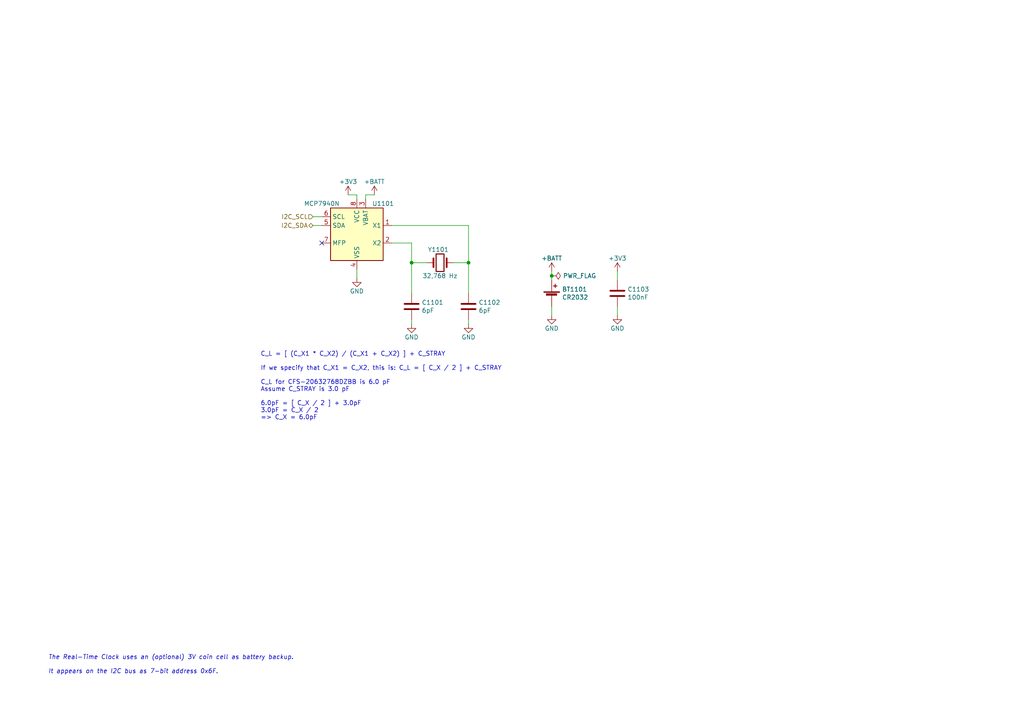
<source format=kicad_sch>
(kicad_sch (version 20211123) (generator eeschema)
  (paper "A4")
  (title_block (title "Neotron Common Hardware - Real Time Clock") (date "2021-06-10") (rev "[Uncontrolled]") (company "https://neotron-compute.github.io/") (comment 1 "Licenced as CC BY-SA") (comment 2 "Copyright (c) The Neotron Developers, 2021"))
  (lib_symbols
    (symbol "Device:Battery_Cell" (pin_numbers hide) (pin_names (offset 0) hide)
      (property "Reference" "BT" (at 2.54 2.54 0))
      (property "Value" "Battery_Cell" (at 2.54 0 0))
      (symbol "Battery_Cell_0_1"
        (rectangle (start -2.286 1.778) (end 2.286 1.524) (fill (type outline)))
        (rectangle (start -1.5748 1.1938) (end 1.4732 0.6858) (fill (type outline)))
        (polyline (pts (xy 0 0.762) (xy 0 0)))
        (polyline (pts (xy 0 1.778) (xy 0 2.54)))
        (polyline (pts (xy 0.508 3.429) (xy 1.524 3.429)) (stroke (width 0.254)))
        (polyline (pts (xy 1.016 3.937) (xy 1.016 2.921)) (stroke (width 0.254)))
      )
      (symbol "Battery_Cell_1_1"
        (pin passive line (at 0 5.08 270) (length 2.54) (name "+") (number "1"))
        (pin passive line (at 0 -2.54 90) (length 2.54) (name "-") (number "2"))
      )
    )
    (symbol "Device:C" (pin_numbers hide) (pin_names (offset 0.254))
      (property "Reference" "C" (at 0.635 2.54 0))
      (property "Value" "C" (at 0.635 -2.54 0))
      (symbol "C_0_1"
        (polyline (pts (xy -2.032 -0.762) (xy 2.032 -0.762)) (stroke (width 0.508)))
        (polyline (pts (xy -2.032 0.762) (xy 2.032 0.762)) (stroke (width 0.508)))
      )
      (symbol "C_1_1"
        (pin passive line (at 0 3.81 270) (length 2.794) (name "~") (number "1"))
        (pin passive line (at 0 -3.81 90) (length 2.794) (name "~") (number "2"))
      )
    )
    (symbol "Device:Crystal" (pin_numbers hide) (pin_names (offset 1.016) hide)
      (property "Reference" "Y" (at 0 3.81 0))
      (property "Value" "Crystal" (at 0 -3.81 0))
      (symbol "Crystal_0_1"
        (rectangle (start -1.143 2.54) (end 1.143 -2.54) (stroke (width 0.3048)))
        (polyline (pts (xy -2.54 0) (xy -1.905 0)))
        (polyline (pts (xy -1.905 -1.27) (xy -1.905 1.27)) (stroke (width 0.508)))
        (polyline (pts (xy 1.905 -1.27) (xy 1.905 1.27)) (stroke (width 0.508)))
        (polyline (pts (xy 2.54 0) (xy 1.905 0)))
      )
      (symbol "Crystal_1_1"
        (pin passive line (at -3.81 0 0) (length 1.27) (name "1") (number "1"))
        (pin passive line (at 3.81 0 180) (length 1.27) (name "2") (number "2"))
      )
    )
    (symbol "Neotron-Common-Hardware-rescue:MCP7940N-xP-Timer"
      (property "Reference" "U" (at -6.35 8.89 0))
      (property "Value" "MCP7940N-xP-Timer" (at 11.43 8.89 0))
      (symbol "MCP7940N-xP-Timer_0_1"
        (rectangle (start -7.62 7.62) (end 7.62 -7.62) (stroke (width 0.254)) (fill (type background)))
      )
      (symbol "MCP7940N-xP-Timer_1_1"
        (pin input line (at 10.16 2.54 180) (length 2.54) (name "X1") (number "1"))
        (pin output line (at 10.16 -2.54 180) (length 2.54) (name "X2") (number "2"))
        (pin power_in line (at 2.54 10.16 270) (length 2.54) (name "VBAT") (number "3"))
        (pin power_in line (at 0 -10.16 90) (length 2.54) (name "VSS") (number "4"))
        (pin bidirectional line (at -10.16 2.54 0) (length 2.54) (name "SDA") (number "5"))
        (pin input line (at -10.16 5.08 0) (length 2.54) (name "SCL") (number "6"))
        (pin open_collector line (at -10.16 -2.54 0) (length 2.54) (name "MFP") (number "7"))
        (pin power_in line (at 0 10.16 270) (length 2.54) (name "VCC") (number "8"))
      )
    )
    (symbol "power:+3V3" (power) (pin_names (offset 0))
      (property "Value" "+3V3" (at 0 3.556 0))
      (symbol "+3V3_0_1"
        (polyline (pts (xy -0.762 1.27) (xy 0 2.54)))
        (polyline (pts (xy 0 0) (xy 0 2.54)))
        (polyline (pts (xy 0 2.54) (xy 0.762 1.27)))
      )
      (symbol "+3V3_1_1"
        (pin power_in line (at 0 0 90) (length 0) hide (name "+3V3") (number "1"))
      )
    )
    (symbol "power:+BATT" (power) (pin_names (offset 0))
      (property "Value" "+BATT" (at 0 3.556 0))
      (symbol "+BATT_0_1"
        (polyline (pts (xy -0.762 1.27) (xy 0 2.54)))
        (polyline (pts (xy 0 0) (xy 0 2.54)))
        (polyline (pts (xy 0 2.54) (xy 0.762 1.27)))
      )
      (symbol "+BATT_1_1"
        (pin power_in line (at 0 0 90) (length 0) hide (name "+BATT") (number "1"))
      )
    )
    (symbol "power:GND" (power) (pin_names (offset 0))
      (property "Value" "GND" (at 0 -3.81 0))
      (symbol "GND_0_1"
        (polyline (pts (xy 0 0) (xy 0 -1.27) (xy 1.27 -1.27) (xy 0 -2.54) (xy -1.27 -1.27) (xy 0 -1.27)))
      )
      (symbol "GND_1_1"
        (pin power_in line (at 0 0 270) (length 0) hide (name "GND") (number "1"))
      )
    )
    (symbol "power:PWR_FLAG" (power) (pin_numbers hide) (pin_names (offset 0) hide)
      (property "Value" "PWR_FLAG" (at 0 3.81 0))
      (symbol "PWR_FLAG_0_0"
        (pin power_out line (at 0 0 90) (length 0) (name "pwr") (number "1"))
      )
      (symbol "PWR_FLAG_0_1"
        (polyline (pts (xy 0 0) (xy 0 1.27) (xy -1.016 1.905) (xy 0 2.54) (xy 1.016 1.905) (xy 0 1.27)))
      )
    )
  )
  (junction (at 160.02 80.01))
  (junction (at 119.38 76.2))
  (junction (at 135.89 76.2))
  (no_connect (at 93.345 70.485))
  (wire (pts (xy 113.665 70.485) (xy 119.38 70.485)))
  (wire (pts (xy 160.02 80.01) (xy 160.02 81.28)))
  (wire (pts (xy 106.045 56.515) (xy 108.585 56.515)))
  (wire (pts (xy 90.805 65.405) (xy 93.345 65.405)))
  (wire (pts (xy 103.505 78.105) (xy 103.505 80.645)))
  (wire (pts (xy 119.38 70.485) (xy 119.38 76.2)))
  (wire (pts (xy 103.505 56.515) (xy 103.505 57.785)))
  (wire (pts (xy 135.89 92.71) (xy 135.89 93.98)))
  (wire (pts (xy 131.445 76.2) (xy 135.89 76.2)))
  (wire (pts (xy 135.89 65.405) (xy 135.89 76.2)))
  (wire (pts (xy 113.665 65.405) (xy 135.89 65.405)))
  (wire (pts (xy 119.38 76.2) (xy 123.825 76.2)))
  (wire (pts (xy 135.89 76.2) (xy 135.89 85.09)))
  (wire (pts (xy 90.805 62.865) (xy 93.345 62.865)))
  (wire (pts (xy 160.02 78.74) (xy 160.02 80.01)))
  (wire (pts (xy 119.38 85.09) (xy 119.38 76.2)))
  (wire (pts (xy 106.045 57.785) (xy 106.045 56.515)))
  (wire (pts (xy 160.02 88.9) (xy 160.02 91.44)))
  (wire (pts (xy 100.965 56.515) (xy 103.505 56.515)))
  (wire (pts (xy 179.07 78.74) (xy 179.07 81.28)))
  (wire (pts (xy 119.38 92.71) (xy 119.38 93.98)))
  (wire (pts (xy 179.07 88.9) (xy 179.07 91.44)))
  (text "C_L = [ (C_X1 * C_X2) / (C_X1 + C_X2) ] + C_STRAY\n\nIf we specify that C_X1 = C_X2, this is: C_L = [ C_X / 2 ] + C_STRAY\n\nC_L for CFS-20632768DZBB is 6.0 pF\nAssume C_STRAY is 3.0 pF \n\n6.0pF = [ C_X / 2 ] + 3.0pF\n3.0pF = C_X / 2\n=> C_X = 6.0pF" (at 75.565 121.92 0) (effects (font (size 1.27 1.27)) (justify left bottom)))
  (text "The Real-Time Clock uses an (optional) 3V coin cell as battery backup.\n\nIt appears on the I2C bus as 7-bit address 0x6F." (at 13.97 195.58 0) (effects (font (size 1.27 1.27) italic) (justify left bottom)))
  (hierarchical_label "I2C_SCL" (shape input) (at 90.805 62.865 180))
  (hierarchical_label "I2C_SDA" (shape bidirectional) (at 90.805 65.405 180))
  (symbol (lib_id "power:+3V3") (at 179.07 78.74 0) (unit 1)
    (property "Reference" "#PWR01108" (effects hide))
    (property "Value" "+3V3" (at 179.07 74.93 0))
  )
  (symbol (lib_id "Device:C") (at 179.07 85.09 0) (unit 1)
    (property "Reference" "C1103" (at 181.991 83.9216 0) (effects (justify left)))
    (property "Value" "100nF" (at 181.991 86.233 0) (effects (justify left)))
    (property "Footprint" "Capacitor_SMD:C_0805_2012Metric_Pad1.18x1.45mm_HandSolder" (effects hide))
    (property "Manufacturer" "CPL" (effects hide))
    (property "DNP" "0" (effects hide))
    (property "MPN" "CPL-CAP-X7R-0805-100NF-50V" (effects hide))
    (property "LCSC Part#" "C49678" (effects hide))
    (property "Tolerance" "X5R" (effects hide))
    (property "Voltage" "10V" (effects hide))
  )
  (symbol (lib_id "power:GND") (at 179.07 91.44 0) (unit 1)
    (property "Reference" "#PWR01109" (effects hide))
    (property "Value" "GND" (at 179.07 95.25 0))
  )
  (symbol (lib_id "power:+3V3") (at 100.965 56.515 0) (unit 1)
    (property "Reference" "#PWR01101" (effects hide))
    (property "Value" "+3V3" (at 100.965 52.705 0))
  )
  (symbol (lib_id "power:GND") (at 103.505 80.645 0) (unit 1)
    (property "Reference" "#PWR01102" (effects hide))
    (property "Value" "GND" (at 103.505 84.455 0))
  )
  (symbol (lib_id "Device:Crystal") (at 127.635 76.2 180) (unit 1)
    (property "Reference" "Y1101" (at 130.175 72.39 0) (effects (justify left)))
    (property "Value" "32,768 Hz" (at 132.715 80.01 0) (effects (justify left)))
    (property "Footprint" "Crystal:Crystal_DS26_D2.0mm_L6.0mm_Horizontal" (effects hide))
    (property "Datasheet" "http://cfd.citizen.co.jp/english/prod-tech/product/pdf/datasheet_TF/CFS-206_CFS-145_E.pdf" (effects hide))
    (property "Manufacturer" "Citizen" (effects hide))
    (property "DNP" "0" (effects hide))
    (property "MPN" "CFS-20632768DZBB" (effects hide))
    (property "Digikey" "300-8301-ND" (effects hide))
    (property "Mouser" "CFS-20632768DZBB" (effects hide))
  )
  (symbol (lib_id "power:+BATT") (at 108.585 56.515 0) (unit 1)
    (property "Reference" "#PWR01103" (effects hide))
    (property "Value" "+BATT" (at 108.585 52.705 0))
  )
  (symbol (lib_id "power:+BATT") (at 160.02 78.74 0) (unit 1)
    (property "Reference" "#PWR01106" (effects hide))
    (property "Value" "+BATT" (at 160.02 74.93 0))
  )
  (symbol (lib_id "power:GND") (at 160.02 91.44 0) (unit 1)
    (property "Reference" "#PWR01107" (effects hide))
    (property "Value" "GND" (at 160.02 95.25 0))
  )
  (symbol (lib_id "Device:C") (at 135.89 88.9 0) (unit 1)
    (property "Reference" "C1102" (at 138.811 87.7316 0) (effects (justify left)))
    (property "Value" "6pF" (at 138.811 90.043 0) (effects (justify left)))
    (property "Footprint" "Capacitor_SMD:C_0805_2012Metric_Pad1.18x1.45mm_HandSolder" (effects hide))
    (property "Manufacturer" "Yageo" (effects hide))
    (property "DNP" "0" (effects hide))
    (property "MPN" "CC0805DRNPO9BN6R0" (effects hide))
    (property "Digikey" "311-1095-1-ND" (effects hide))
    (property "Mouser" "603-CC805DRNPO9BN6R0" (effects hide))
    (property "LCSC Part#" "C67560" (effects hide))
    (property "Voltage" "10V" (effects hide))
    (property "Tolerance" "C0G" (effects hide))
  )
  (symbol (lib_id "Device:C") (at 119.38 88.9 0) (unit 1)
    (property "Reference" "C1101" (at 122.301 87.7316 0) (effects (justify left)))
    (property "Value" "6pF" (at 122.301 90.043 0) (effects (justify left)))
    (property "Footprint" "Capacitor_SMD:C_0805_2012Metric_Pad1.18x1.45mm_HandSolder" (effects hide))
    (property "Manufacturer" "Yageo" (effects hide))
    (property "DNP" "0" (effects hide))
    (property "MPN" "CC0805DRNPO9BN6R0" (effects hide))
    (property "Digikey" "311-1095-1-ND" (effects hide))
    (property "Mouser" "603-CC805DRNPO9BN6R0" (effects hide))
    (property "LCSC Part#" "C67560" (effects hide))
    (property "Voltage" "10V" (effects hide))
    (property "Tolerance" "C0G" (effects hide))
  )
  (symbol (lib_id "power:GND") (at 119.38 93.98 0) (unit 1)
    (property "Reference" "#PWR01104" (effects hide))
    (property "Value" "GND" (at 119.38 97.79 0))
  )
  (symbol (lib_id "Neotron-Common-Hardware-rescue:MCP7940N-xP-Timer") (at 103.505 67.945 0) (unit 1)
    (property "Reference" "U1101" (at 111.125 59.055 0))
    (property "Value" "MCP7940N" (at 93.345 59.055 0))
    (property "Footprint" "Package_DIP:DIP-8_W7.62mm" (effects hide))
    (property "Datasheet" "http://ww1.microchip.com/downloads/en/DeviceDoc/20005010F.pdf" (effects hide))
    (property "Manufacturer" "Microchip" (effects hide))
    (property "DNP" "0" (effects hide))
    (property "MPN" "MCP7940N-I/P" (effects hide))
    (property "Digikey" "MCP7940N-I/P-ND" (effects hide))
    (property "Mouser" "579-MCP7940N-I/P" (effects hide))
    (property "LCSC Part#" "C51106" (effects hide))
  )
  (symbol (lib_id "Device:Battery_Cell") (at 160.02 86.36 0) (unit 1)
    (property "Reference" "BT1101" (at 163.0172 83.9216 0) (effects (justify left)))
    (property "Value" "CR2032" (at 163.0172 86.233 0) (effects (justify left)))
    (property "Footprint" "Neotron-Common-Hardware:BatteryHolder_Keystone_103_1x20mm" (effects hide))
    (property "Datasheet" "http://keyelco.com/userAssets/file/M65p3.pdf" (effects hide))
    (property "Manufacturer" "Keystone" (effects hide))
    (property "DNP" "0" (effects hide))
    (property "MPN" "103" (effects hide))
    (property "Digikey" "36-103-ND" (effects hide))
  )
  (symbol (lib_id "power:PWR_FLAG") (at 160.02 80.01 270) (unit 1)
    (property "Reference" "#FLG01101" (effects hide))
    (property "Value" "PWR_FLAG" (at 163.2712 80.01 90) (effects (justify left)))
  )
  (symbol (lib_id "power:GND") (at 135.89 93.98 0) (unit 1)
    (property "Reference" "#PWR01105" (effects hide))
    (property "Value" "GND" (at 135.89 97.79 0))
  )
)
</source>
